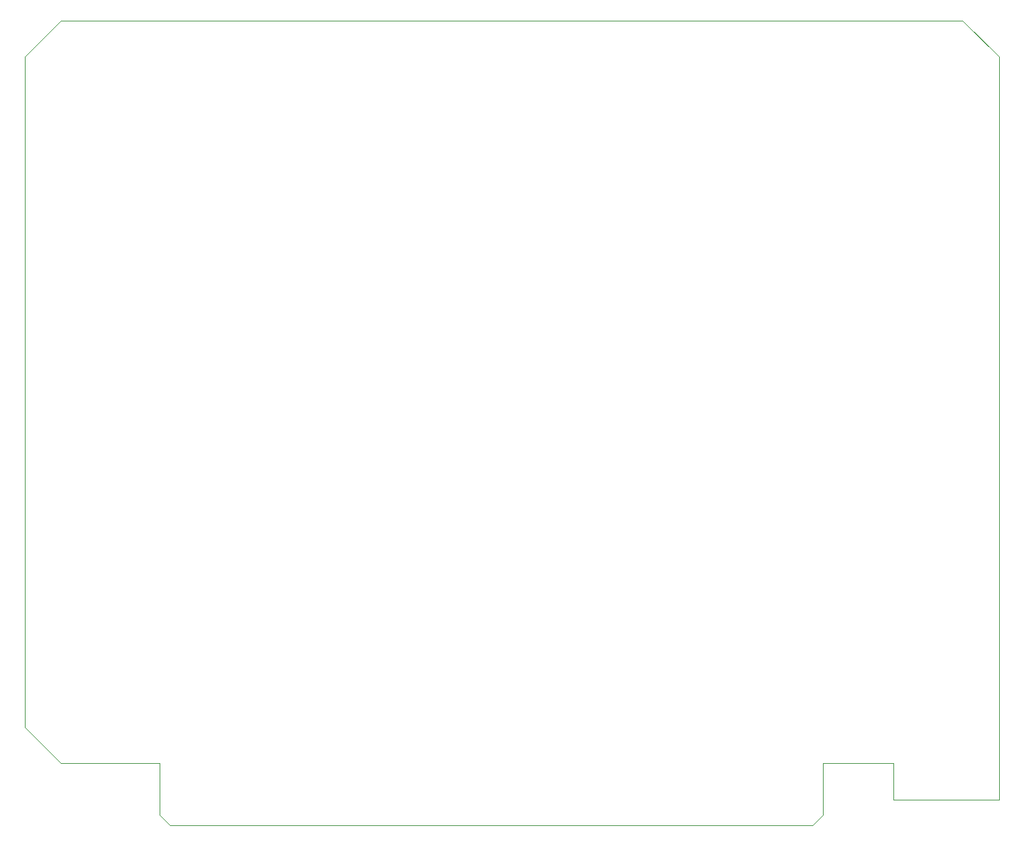
<source format=gbr>
%TF.GenerationSoftware,KiCad,Pcbnew,(6.0.11)*%
%TF.CreationDate,2023-03-08T11:42:25-07:00*%
%TF.ProjectId,ym2413-stereo-isa,796d3234-3133-42d7-9374-6572656f2d69,0*%
%TF.SameCoordinates,Original*%
%TF.FileFunction,Profile,NP*%
%FSLAX46Y46*%
G04 Gerber Fmt 4.6, Leading zero omitted, Abs format (unit mm)*
G04 Created by KiCad (PCBNEW (6.0.11)) date 2023-03-08 11:42:25*
%MOMM*%
%LPD*%
G01*
G04 APERTURE LIST*
%TA.AperFunction,Profile*%
%ADD10C,0.100000*%
%TD*%
G04 APERTURE END LIST*
D10*
X91948000Y-137541000D02*
X170688000Y-137541000D01*
X189103000Y-38862000D02*
X78613000Y-38862000D01*
X74168000Y-125476000D02*
X74168000Y-43307000D01*
X90678000Y-129921000D02*
X90678000Y-136271000D01*
X193548000Y-129921000D02*
X193548000Y-43307000D01*
X78613000Y-38862000D02*
X74168000Y-43307000D01*
X189103000Y-38862000D02*
X193548000Y-43307000D01*
X193548000Y-129921000D02*
X193548000Y-134366000D01*
X171958000Y-136271000D02*
X171958000Y-129921000D01*
X78613000Y-129921000D02*
X74168000Y-125476000D01*
X180594000Y-134366000D02*
X180594000Y-129921000D01*
X90678000Y-129921000D02*
X78613000Y-129921000D01*
X90678000Y-136271000D02*
X91948000Y-137541000D01*
X171958000Y-129921000D02*
X180594000Y-129921000D01*
X170688000Y-137541000D02*
X171958000Y-136271000D01*
X193548000Y-134366000D02*
X180594000Y-134366000D01*
M02*

</source>
